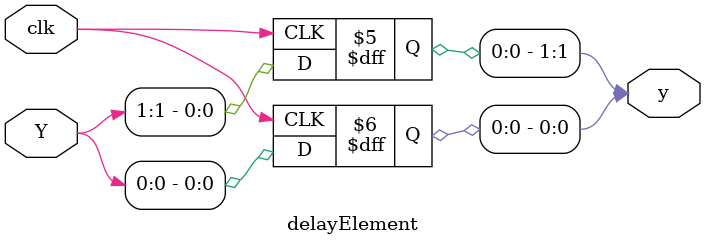
<source format=v>
/* 
Group 50
Assignment 1
Structural encoding of FSM in Verilog
*/


// top module
module top;
wire clk,rst,in,out;
testBench tb(clk,rst,in,out);
fsm f(clk,rst,in,out);
endmodule




// testbench
module testBench(clk,rst,inp,outp);

output clk,rst,inp;
input outp;


reg clk, rst, inp;
wire outp;
reg[15:0] sequence;
integer i;


initial
begin

clk = 0;
rst = 1;

sequence = 16'b0101_0111_0111_0010;
#5 rst = 0;

for( i = 0; i <= 15; i = i + 1)
begin
inp = sequence[i];
#2 clk = 1;
#2 clk = 0;
  
if(i>1)
$display( " Input = ", inp, ", Output = ", outp);

end

test2;
end
task test2;
for( i = 0; i <= 15; i = i + 1)
begin
inp = $random % 2;
#2 clk = 1;
#2 clk = 0;
$display( " Input = ", inp, ", Output = ", outp);

end
endtask


endmodule





// finite state machine
module fsm(clk,rst,in,out);
input clk,rst,in;
output out;

wire[1:0] y;
wire[1:0] Y;

StateTransitionFn sf(clk,rst,in,y,Y);
outputFn of(clk,rst,in,out,y);
delayElement d(clk,y,Y);

endmodule



// state transition function
module StateTransitionFn(clk,rst,in,y,Y);
input clk,rst,in;
input[1:0] y;
output[1:0] Y;
reg[1:0] Y;


always @(posedge clk, posedge rst) begin
if(rst) begin
Y[0] = 0;
Y[1] = 0;
end

else begin
Y[0] = in;
Y[1] = (~in&~y[1]) + (~in&y[0]) + (y[0]&~y[1]);
end

end

endmodule




// output function
module outputFn(clk,rst,in,out,y);
input clk,rst,in;
input[1:0] y;
output out;
reg out;

always @(posedge clk, posedge rst) begin
if(rst) begin
out <= 0;
end
else begin
out <= (in&~y[0]&y[1]) + (~in&y[0]&y[1]);
end
end

endmodule



// flip flop
module delayElement(clk,y,Y);
input clk;
input[1:0] Y;
output[1:0] y;
reg[1:0] y;

always @ (posedge clk) begin
y[0] <= Y[0];
end

always @ (posedge clk) begin
y[1] <= Y[1];
end
endmodule


</source>
